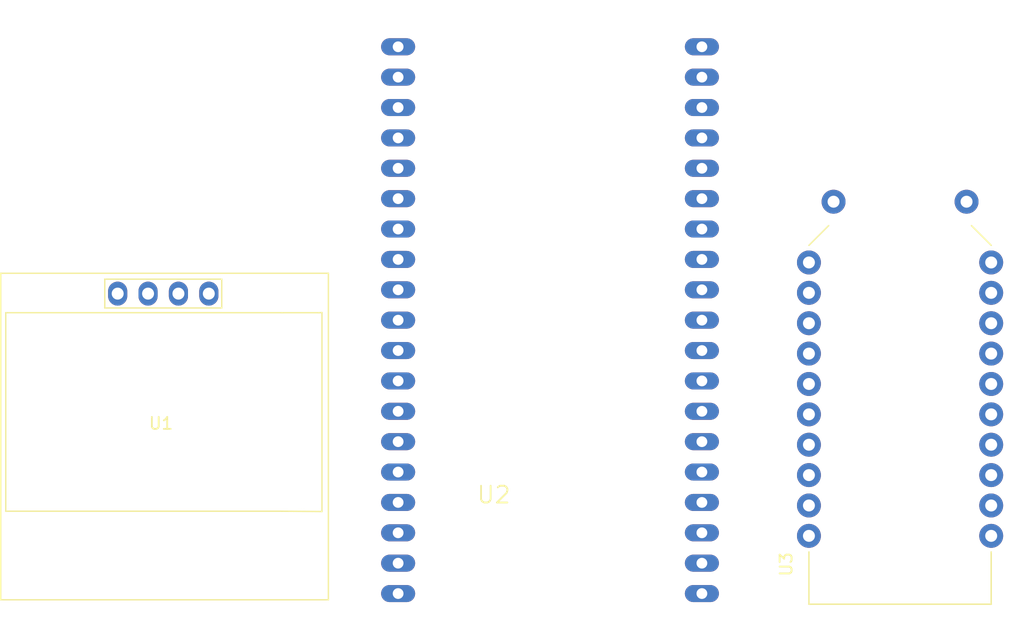
<source format=kicad_pcb>
(kicad_pcb (version 20211014) (generator pcbnew)
  (layers (0 "F.Cu" signal) (31 "B.Cu" signal) (34 "B.Paste" user) (35 "F.Paste" user) (36 "B.SilkS" user "B.Silkscreen") (37 "F.SilkS" user "F.Silkscreen") (38 "B.Mask" user) (39 "F.Mask" user) (44 "Edge.Cuts" user))
  (net 0 "")
  (net 1 "GNDD")
  (net 2 "+3.3V")
  (net 3 "Net-(U1-Pad3)")
  (net 4 "Net-(U1-Pad4)")
  (net 12 "Net-(U2-PadP4)")
  (net 14 "Net-(U2-PadP5)")
  (footprint "custom:NODEMCU32S" (layer "F.Cu") (at 123 80.5)
    (fp_text reference "U2" (at -5.969 15.875 180) (layer "F.SilkS") (effects (font (size 1.4 1.4))))
    (fp_text value "NODEMCU32S")
    (pad "3V3" thru_hole oval (at -13.97 -21.59) (size 2.8448 1.4224) (drill 0.9) (layers *.Cu *.Mask))
    (pad "EN" thru_hole oval (at -13.97 -19.05) (size 2.8448 1.4224) (drill 0.9) (layers *.Cu *.Mask))
    (pad "GND@1" thru_hole oval (at -13.97 11.43) (size 2.8448 1.4224) (drill 0.9) (layers *.Cu *.Mask))
    (pad "GND@2" thru_hole oval (at 11.43 -21.59) (size 2.8448 1.4224) (drill 0.9) (layers *.Cu *.Mask))
    (pad "GND@3" thru_hole oval (at 11.43 -6.35) (size 2.8448 1.4224) (drill 0.9) (layers *.Cu *.Mask))
    (pad "GPIO0" thru_hole oval (at 11.43 11.43) (size 2.8448 1.4224) (drill 0.9) (layers *.Cu *.Mask))
    (pad "GPIO2" thru_hole oval (at 11.43 13.97) (size 2.8448 1.4224) (drill 0.9) (layers *.Cu *.Mask))
    (pad "GPIO4" thru_hole oval (at 11.43 8.89) (size 2.8448 1.4224) (drill 0.9) (layers *.Cu *.Mask))
    (pad "GPIO5" thru_hole oval (at 11.43 1.27) (size 2.8448 1.4224) (drill 0.9) (layers *.Cu *.Mask))
    (pad "GPIO6" thru_hole oval (at 11.43 24.13) (size 2.8448 1.4224) (drill 0.9) (layers *.Cu *.Mask))
    (pad "GPIO7" thru_hole oval (at 11.43 21.59) (size 2.8448 1.4224) (drill 0.9) (layers *.Cu *.Mask))
    (pad "GPIO8" thru_hole oval (at 11.43 19.05) (size 2.8448 1.4224) (drill 0.9) (layers *.Cu *.Mask))
    (pad "GPIO9" thru_hole oval (at -13.97 16.51) (size 2.8448 1.4224) (drill 0.9) (layers *.Cu *.Mask))
    (pad "GPIO10" thru_hole oval (at -13.97 19.05) (size 2.8448 1.4224) (drill 0.9) (layers *.Cu *.Mask))
    (pad "GPIO11" thru_hole oval (at -13.97 21.59) (size 2.8448 1.4224) (drill 0.9) (layers *.Cu *.Mask))
    (pad "GPIO12" thru_hole oval (at -13.97 8.89) (size 2.8448 1.4224) (drill 0.9) (layers *.Cu *.Mask))
    (pad "GPIO13" thru_hole oval (at -13.97 13.97) (size 2.8448 1.4224) (drill 0.9) (layers *.Cu *.Mask))
    (pad "GPIO14" thru_hole oval (at -13.97 6.35) (size 2.8448 1.4224) (drill 0.9) (layers *.Cu *.Mask))
    (pad "GPIO15" thru_hole oval (at 11.43 16.51) (size 2.8448 1.4224) (drill 0.9) (layers *.Cu *.Mask))
    (pad "GPIO16" thru_hole oval (at 11.43 6.35) (size 2.8448 1.4224) (drill 0.9) (layers *.Cu *.Mask))
    (pad "GPIO17" thru_hole oval (at 11.43 3.81) (size 2.8448 1.4224) (drill 0.9) (layers *.Cu *.Mask))
    (pad "GPIO18" thru_hole oval (at 11.43 -1.27) (size 2.8448 1.4224) (drill 0.9) (layers *.Cu *.Mask))
    (pad "GPIO19" thru_hole oval (at 11.43 -3.81) (size 2.8448 1.4224) (drill 0.9) (layers *.Cu *.Mask))
    (pad "GPIO21" thru_hole oval (at 11.43 -8.89) (size 2.8448 1.4224) (drill 0.9) (layers *.Cu *.Mask))
    (pad "GPIO22" thru_hole oval (at 11.43 -16.51) (size 2.8448 1.4224) (drill 0.9) (layers *.Cu *.Mask))
    (pad "GPIO23" thru_hole oval (at 11.43 -19.05) (size 2.8448 1.4224) (drill 0.9) (layers *.Cu *.Mask))
    (pad "GPIO25" thru_hole oval (at -13.97 -1.27) (size 2.8448 1.4224) (drill 0.9) (layers *.Cu *.Mask))
    (pad "GPIO26" thru_hole oval (at -13.97 1.27) (size 2.8448 1.4224) (drill 0.9) (layers *.Cu *.Mask))
    (pad "GPIO27" thru_hole oval (at -13.97 3.81) (size 2.8448 1.4224) (drill 0.9) (layers *.Cu *.Mask))
    (pad "GPIO32" thru_hole oval (at -13.97 -6.35) (size 2.8448 1.4224) (drill 0.9) (layers *.Cu *.Mask))
    (pad "GPIO33" thru_hole oval (at -13.97 -3.81) (size 2.8448 1.4224) (drill 0.9) (layers *.Cu *.Mask))
    (pad "GPIO34" thru_hole oval (at -13.97 -11.43) (size 2.8448 1.4224) (drill 0.9) (layers *.Cu *.Mask))
    (pad "GPIO35" thru_hole oval (at -13.97 -8.89) (size 2.8448 1.4224) (drill 0.9) (layers *.Cu *.Mask))
    (pad "GPIO36" thru_hole oval (at -13.97 -16.51) (size 2.8448 1.4224) (drill 0.9) (layers *.Cu *.Mask))
    (pad "GPIO39" thru_hole oval (at -13.97 -13.97) (size 2.8448 1.4224) (drill 0.9) (layers *.Cu *.Mask))
    (pad "RX0" thru_hole oval (at 11.43 -11.43) (size 2.8448 1.4224) (drill 0.9) (layers *.Cu *.Mask))
    (pad "TX0" thru_hole oval (at 11.43 -13.97) (size 2.8448 1.4224) (drill 0.9) (layers *.Cu *.Mask))
    (pad "VIN" thru_hole oval (at -13.97 24.13) (size 2.8448 1.4224) (drill 0.9) (layers *.Cu *.Mask))
  )
  (footprint "custom:128x64OLED" (layer "F.Cu") (at 89.2 90.15)
    (fp_text reference "U1" (at 0 0.254) (layer "F.SilkS"))
    (fp_text value "SSD1306")
    (fp_line (start -12.978 7.595) (end -12.978 -9.005) (layer "F.SilkS") (width 0.12))
    (fp_line (start -4.699 -11.811) (end 5.08 -11.811) (layer "F.SilkS") (width 0.12))
    (fp_line (start 13.462 -9.017) (end 13.208 -9.005) (layer "F.SilkS") (width 0.12))
    (fp_line (start 10.122 7.595) (end -12.978 7.595) (layer "F.SilkS") (width 0.12))
    (fp_line (start 10.122 7.595) (end 13.462 7.62) (layer "F.SilkS") (width 0.12))
    (fp_line (start -13.4 15) (end -13.4 -12.3) (layer "F.SilkS") (width 0.12))
    (fp_line (start 13.462 7.62) (end 13.462 -9.017) (layer "F.SilkS") (width 0.12))
    (fp_line (start 14 15) (end -13.4 15) (layer "F.SilkS") (width 0.12))
    (fp_line (start -12.978 -9.005) (end 10.122 -9.005) (layer "F.SilkS") (width 0.12))
    (fp_line (start -4.699 -11.811) (end -4.699 -9.398) (layer "F.SilkS") (width 0.12))
    (fp_line (start -13.4 -12.3) (end 14 -12.3) (layer "F.SilkS") (width 0.12))
    (fp_line (start 5.08 -11.811) (end 5.08 -9.398) (layer "F.SilkS") (width 0.12))
    (fp_line (start 5.08 -9.398) (end -4.699 -9.398) (layer "F.SilkS") (width 0.12))
    (fp_line (start 14 -12.3) (end 14 15) (layer "F.SilkS") (width 0.12))
    (fp_line (start 10.122 -9.005) (end 13.208 -9.005) (layer "F.SilkS") (width 0.12))
    (pad "1" thru_hole oval (at -3.62 -10.6 90) (size 2 1.6) (drill 1) (layers *.Cu *.Mask) (net 1 "GNDD"))
    (pad "2" thru_hole oval (at -1.08 -10.6 90) (size 2 1.6) (drill 1) (layers *.Cu *.Mask) (net 2 "+3.3V"))
    (pad "3" thru_hole oval (at 1.46 -10.6 90) (size 2 1.6) (drill 1) (layers *.Cu *.Mask) (net 3 "Net-(U1-Pad3)"))
    (pad "4" thru_hole oval (at 4 -10.6 90) (size 2 1.6) (drill 1) (layers *.Cu *.Mask) (net 4 "Net-(U1-Pad4)"))
  )
  (footprint "custom:MODULE_NRF52840-DONGLE" (layer "F.Cu") (at 151 82.5 90)
    (fp_text reference "U3" (at -19.685 -9.525 90) (layer "F.SilkS"))
    (fp_text value "NRF52840-DONGLE")
    (fp_line (start -23.02 7.62) (end -18.65 7.62) (layer "F.SilkS") (width 0.127))
    (fp_line (start 6.985 7.62) (end 8.636 5.969) (layer "F.SilkS") (width 0.12))
    (fp_line (start -18.65 -7.62) (end -23.02 -7.62) (layer "F.SilkS") (width 0.127))
    (fp_line (start -23.02 -7.62) (end -23.02 7.62) (layer "F.SilkS") (width 0.127))
    (fp_line (start 6.985 -7.62) (end 8.636 -5.969) (layer "F.SilkS") (width 0.12))
    (pad "0.02" thru_hole circle (at -7.145 7.62 90) (size 2 2) (drill 1) (layers *.Cu *.Mask))
    (pad "0.09" thru_hole circle (at -12.225 -7.62 90) (size 2 2) (drill 1) (layers *.Cu *.Mask))
    (pad "0.10" thru_hole circle (at -14.765 -7.62 90) (size 2 2) (drill 1) (layers *.Cu *.Mask))
    (pad "0.13" thru_hole circle (at 5.555 -7.62 90) (size 2 2) (drill 1) (layers *.Cu *.Mask))
    (pad "0.15" thru_hole circle (at 3.015 -7.62 90) (size 2 2) (drill 1) (layers *.Cu *.Mask))
    (pad "0.17" thru_hole circle (at 0.475 -7.62 90) (size 2 2) (drill 1) (layers *.Cu *.Mask))
    (pad "0.20" thru_hole circle (at -2.065 -7.62 90) (size 2 2) (drill 1) (layers *.Cu *.Mask) (net 12 "Net-(U2-PadP4)"))
    (pad "0.22" thru_hole circle (at -4.605 -7.62 90) (size 2 2) (drill 1) (layers *.Cu *.Mask))
    (pad "0.24" thru_hole circle (at -7.145 -7.62 90) (size 2 2) (drill 1) (layers *.Cu *.Mask) (net 14 "Net-(U2-PadP5)"))
    (pad "0.29" thru_hole circle (at -4.605 7.62 90) (size 2 2) (drill 1) (layers *.Cu *.Mask))
    (pad "0.31" thru_hole circle (at -2.065 7.62 90) (size 2 2) (drill 1) (layers *.Cu *.Mask))
    (pad "1.00" thru_hole circle (at -9.685 -7.62 90) (size 2 2) (drill 1) (layers *.Cu *.Mask))
    (pad "1.10" thru_hole circle (at -14.765 7.62 90) (size 2 2) (drill 1) (layers *.Cu *.Mask))
    (pad "1.13" thru_hole circle (at -12.225 7.62 90) (size 2 2) (drill 1) (layers *.Cu *.Mask))
    (pad "1.15" thru_hole circle (at -9.685 7.62 90) (size 2 2) (drill 1) (layers *.Cu *.Mask))
    (pad "G1" thru_hole circle (at -17.305 -7.62 90) (size 2 2) (drill 1) (layers *.Cu *.Mask) (net 1 "GNDD"))
    (pad "G2" thru_hole circle (at -17.305 7.62 90) (size 2 2) (drill 1) (layers *.Cu *.Mask) (net 1 "GNDD"))
    (pad "G3" thru_hole circle (at 0.475 7.62 90) (size 2 2) (drill 1) (layers *.Cu *.Mask) (net 1 "GNDD"))
    (pad "OUT" thru_hole circle (at 3.015 7.62 90) (size 2 2) (drill 1) (layers *.Cu *.Mask) (net 2 "+3.3V"))
    (pad "SWDCLK" thru_hole circle (at 10.635 5.56 90) (size 2 2) (drill 1) (layers *.Cu *.Mask))
    (pad "SWDIO" thru_hole circle (at 10.635 -5.56 90) (size 2 2) (drill 1) (layers *.Cu *.Mask))
    (pad "VBUS" thru_hole circle (at 5.555 7.62 90) (size 2 2) (drill 1) (layers *.Cu *.Mask))
  )
)
</source>
